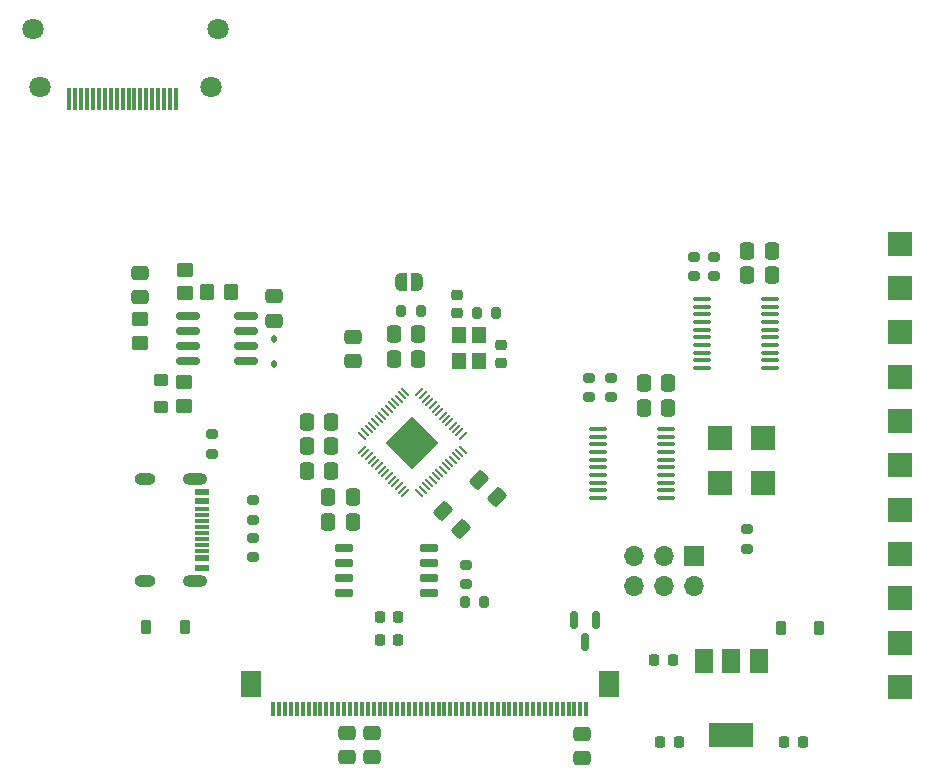
<source format=gbr>
%TF.GenerationSoftware,KiCad,Pcbnew,7.0.11-7.0.11~ubuntu22.04.1*%
%TF.CreationDate,2024-06-30T10:09:10-03:00*%
%TF.ProjectId,Pico_GG_LCD,5069636f-5f47-4475-9f4c-43442e6b6963,rev?*%
%TF.SameCoordinates,Original*%
%TF.FileFunction,Soldermask,Top*%
%TF.FilePolarity,Negative*%
%FSLAX46Y46*%
G04 Gerber Fmt 4.6, Leading zero omitted, Abs format (unit mm)*
G04 Created by KiCad (PCBNEW 7.0.11-7.0.11~ubuntu22.04.1) date 2024-06-30 10:09:10*
%MOMM*%
%LPD*%
G01*
G04 APERTURE LIST*
G04 Aperture macros list*
%AMRoundRect*
0 Rectangle with rounded corners*
0 $1 Rounding radius*
0 $2 $3 $4 $5 $6 $7 $8 $9 X,Y pos of 4 corners*
0 Add a 4 corners polygon primitive as box body*
4,1,4,$2,$3,$4,$5,$6,$7,$8,$9,$2,$3,0*
0 Add four circle primitives for the rounded corners*
1,1,$1+$1,$2,$3*
1,1,$1+$1,$4,$5*
1,1,$1+$1,$6,$7*
1,1,$1+$1,$8,$9*
0 Add four rect primitives between the rounded corners*
20,1,$1+$1,$2,$3,$4,$5,0*
20,1,$1+$1,$4,$5,$6,$7,0*
20,1,$1+$1,$6,$7,$8,$9,0*
20,1,$1+$1,$8,$9,$2,$3,0*%
%AMFreePoly0*
4,1,19,0.500000,-0.750000,0.000000,-0.750000,0.000000,-0.744911,-0.071157,-0.744911,-0.207708,-0.704816,-0.327430,-0.627875,-0.420627,-0.520320,-0.479746,-0.390866,-0.500000,-0.250000,-0.500000,0.250000,-0.479746,0.390866,-0.420627,0.520320,-0.327430,0.627875,-0.207708,0.704816,-0.071157,0.744911,0.000000,0.744911,0.000000,0.750000,0.500000,0.750000,0.500000,-0.750000,0.500000,-0.750000,
$1*%
%AMFreePoly1*
4,1,19,0.000000,0.744911,0.071157,0.744911,0.207708,0.704816,0.327430,0.627875,0.420627,0.520320,0.479746,0.390866,0.500000,0.250000,0.500000,-0.250000,0.479746,-0.390866,0.420627,-0.520320,0.327430,-0.627875,0.207708,-0.704816,0.071157,-0.744911,0.000000,-0.744911,0.000000,-0.750000,-0.500000,-0.750000,-0.500000,0.750000,0.000000,0.750000,0.000000,0.744911,0.000000,0.744911,
$1*%
G04 Aperture macros list end*
%ADD10RoundRect,0.250000X-0.475000X0.337500X-0.475000X-0.337500X0.475000X-0.337500X0.475000X0.337500X0*%
%ADD11RoundRect,0.200000X0.275000X-0.200000X0.275000X0.200000X-0.275000X0.200000X-0.275000X-0.200000X0*%
%ADD12RoundRect,0.225000X-0.250000X0.225000X-0.250000X-0.225000X0.250000X-0.225000X0.250000X0.225000X0*%
%ADD13FreePoly0,180.000000*%
%ADD14FreePoly1,180.000000*%
%ADD15RoundRect,0.250000X-0.350000X-0.450000X0.350000X-0.450000X0.350000X0.450000X-0.350000X0.450000X0*%
%ADD16RoundRect,0.200000X-0.200000X-0.275000X0.200000X-0.275000X0.200000X0.275000X-0.200000X0.275000X0*%
%ADD17R,1.500000X2.000000*%
%ADD18R,3.800000X2.000000*%
%ADD19RoundRect,0.250000X0.475000X-0.337500X0.475000X0.337500X-0.475000X0.337500X-0.475000X-0.337500X0*%
%ADD20RoundRect,0.100000X0.637500X0.100000X-0.637500X0.100000X-0.637500X-0.100000X0.637500X-0.100000X0*%
%ADD21R,2.000000X2.000000*%
%ADD22RoundRect,0.200000X-0.275000X0.200000X-0.275000X-0.200000X0.275000X-0.200000X0.275000X0.200000X0*%
%ADD23RoundRect,0.250000X-0.337500X-0.475000X0.337500X-0.475000X0.337500X0.475000X-0.337500X0.475000X0*%
%ADD24RoundRect,0.250000X-0.350000X0.275000X-0.350000X-0.275000X0.350000X-0.275000X0.350000X0.275000X0*%
%ADD25R,0.300000X1.900000*%
%ADD26C,1.800000*%
%ADD27RoundRect,0.200000X0.200000X0.275000X-0.200000X0.275000X-0.200000X-0.275000X0.200000X-0.275000X0*%
%ADD28RoundRect,0.250000X-0.574524X-0.097227X-0.097227X-0.574524X0.574524X0.097227X0.097227X0.574524X0*%
%ADD29RoundRect,0.050000X0.309359X-0.238649X-0.238649X0.309359X-0.309359X0.238649X0.238649X-0.309359X0*%
%ADD30RoundRect,0.050000X0.309359X0.238649X0.238649X0.309359X-0.309359X-0.238649X-0.238649X-0.309359X0*%
%ADD31RoundRect,0.144000X2.059095X0.000000X0.000000X2.059095X-2.059095X0.000000X0.000000X-2.059095X0*%
%ADD32RoundRect,0.225000X-0.225000X-0.375000X0.225000X-0.375000X0.225000X0.375000X-0.225000X0.375000X0*%
%ADD33RoundRect,0.150000X-0.150000X0.587500X-0.150000X-0.587500X0.150000X-0.587500X0.150000X0.587500X0*%
%ADD34R,1.240000X0.600000*%
%ADD35R,1.240000X0.300000*%
%ADD36O,2.100000X1.000000*%
%ADD37O,1.800000X1.000000*%
%ADD38RoundRect,0.225000X0.225000X0.250000X-0.225000X0.250000X-0.225000X-0.250000X0.225000X-0.250000X0*%
%ADD39RoundRect,0.150000X0.650000X0.150000X-0.650000X0.150000X-0.650000X-0.150000X0.650000X-0.150000X0*%
%ADD40RoundRect,0.250000X0.337500X0.475000X-0.337500X0.475000X-0.337500X-0.475000X0.337500X-0.475000X0*%
%ADD41RoundRect,0.250000X0.450000X-0.350000X0.450000X0.350000X-0.450000X0.350000X-0.450000X-0.350000X0*%
%ADD42RoundRect,0.112500X0.112500X-0.187500X0.112500X0.187500X-0.112500X0.187500X-0.112500X-0.187500X0*%
%ADD43RoundRect,0.150000X0.825000X0.150000X-0.825000X0.150000X-0.825000X-0.150000X0.825000X-0.150000X0*%
%ADD44RoundRect,0.225000X-0.225000X-0.250000X0.225000X-0.250000X0.225000X0.250000X-0.225000X0.250000X0*%
%ADD45R,1.200000X1.400000*%
%ADD46R,1.700000X1.700000*%
%ADD47O,1.700000X1.700000*%
%ADD48R,1.800000X2.200000*%
%ADD49R,0.300000X1.250000*%
%ADD50RoundRect,0.250000X-0.450000X0.350000X-0.450000X-0.350000X0.450000X-0.350000X0.450000X0.350000X0*%
G04 APERTURE END LIST*
D10*
%TO.C,C11*%
X140050000Y-112525000D03*
X140050000Y-114600000D03*
%TD*%
D11*
%TO.C,R1*%
X162400000Y-84125000D03*
X162400000Y-82475000D03*
%TD*%
D12*
%TO.C,C19*%
X153107008Y-79688363D03*
X153107008Y-81238363D03*
%TD*%
D13*
%TO.C,JP2*%
X145950000Y-74400000D03*
D14*
X144650000Y-74400000D03*
%TD*%
D15*
%TO.C,R6*%
X128200000Y-75240000D03*
X130200000Y-75240000D03*
%TD*%
D16*
%TO.C,R10*%
X150025000Y-101450000D03*
X151675000Y-101450000D03*
%TD*%
D11*
%TO.C,R11*%
X150100000Y-99950000D03*
X150100000Y-98300000D03*
%TD*%
D17*
%TO.C,U3*%
X174900000Y-106450000D03*
X172600000Y-106450000D03*
D18*
X172600000Y-112750000D03*
D17*
X170300000Y-106450000D03*
%TD*%
D19*
%TO.C,C12*%
X159950000Y-114700000D03*
X159950000Y-112625000D03*
%TD*%
D20*
%TO.C,U1*%
X167050000Y-92650000D03*
X167050000Y-92000000D03*
X167050000Y-91350000D03*
X167050000Y-90700000D03*
X167050000Y-90050000D03*
X167050000Y-89400000D03*
X167050000Y-88750000D03*
X167050000Y-88100000D03*
X167050000Y-87450000D03*
X167050000Y-86800000D03*
X161325000Y-86800000D03*
X161325000Y-87450000D03*
X161325000Y-88100000D03*
X161325000Y-88750000D03*
X161325000Y-89400000D03*
X161325000Y-90050000D03*
X161325000Y-90700000D03*
X161325000Y-91350000D03*
X161325000Y-92000000D03*
X161325000Y-92650000D03*
%TD*%
D21*
%TO.C,J14*%
X171650000Y-91350000D03*
%TD*%
%TO.C,J13*%
X171650000Y-87600000D03*
%TD*%
D11*
%TO.C,R3*%
X169450000Y-73900000D03*
X169450000Y-72250000D03*
%TD*%
D22*
%TO.C,R7*%
X173950000Y-95300000D03*
X173950000Y-96950000D03*
%TD*%
D23*
%TO.C,C4*%
X165150000Y-82900000D03*
X167225000Y-82900000D03*
%TD*%
D24*
%TO.C,L1*%
X124300000Y-82640000D03*
X124300000Y-84940000D03*
%TD*%
D23*
%TO.C,C31*%
X144007008Y-80888363D03*
X146082008Y-80888363D03*
%TD*%
D20*
%TO.C,U4*%
X175850000Y-81650000D03*
X175850000Y-81000000D03*
X175850000Y-80350000D03*
X175850000Y-79700000D03*
X175850000Y-79050000D03*
X175850000Y-78400000D03*
X175850000Y-77750000D03*
X175850000Y-77100000D03*
X175850000Y-76450000D03*
X175850000Y-75800000D03*
X170125000Y-75800000D03*
X170125000Y-76450000D03*
X170125000Y-77100000D03*
X170125000Y-77750000D03*
X170125000Y-78400000D03*
X170125000Y-79050000D03*
X170125000Y-79700000D03*
X170125000Y-80350000D03*
X170125000Y-81000000D03*
X170125000Y-81650000D03*
%TD*%
D21*
%TO.C,J17*%
X186850000Y-104890000D03*
%TD*%
D25*
%TO.C,J9*%
X116550000Y-58850000D03*
X117050000Y-58850000D03*
X117550000Y-58850000D03*
X118050000Y-58850000D03*
X118550000Y-58850000D03*
X119050000Y-58850000D03*
X119550000Y-58850000D03*
X120050000Y-58850000D03*
X120550000Y-58850000D03*
X121050000Y-58850000D03*
X121550000Y-58850000D03*
X122050000Y-58850000D03*
X122550000Y-58850000D03*
X123050000Y-58850000D03*
X123550000Y-58850000D03*
X124050000Y-58850000D03*
X124550000Y-58850000D03*
X125050000Y-58850000D03*
X125550000Y-58850000D03*
D26*
X129150000Y-52950000D03*
X128550000Y-57850000D03*
X114050000Y-57850000D03*
X113450000Y-52950000D03*
%TD*%
D12*
%TO.C,C5*%
X149357008Y-75438363D03*
X149357008Y-76988363D03*
%TD*%
D27*
%TO.C,R14*%
X146300000Y-76850000D03*
X144650000Y-76850000D03*
%TD*%
D28*
%TO.C,C22*%
X151250000Y-91100000D03*
X152717246Y-92567246D03*
%TD*%
D11*
%TO.C,R4*%
X160500000Y-84125000D03*
X160500000Y-82475000D03*
%TD*%
D29*
%TO.C,U7*%
X146168016Y-92228876D03*
X146450859Y-91946033D03*
X146733701Y-91663191D03*
X147016544Y-91380348D03*
X147299387Y-91097505D03*
X147582229Y-90814663D03*
X147865072Y-90531820D03*
X148147915Y-90248977D03*
X148430758Y-89966134D03*
X148713600Y-89683292D03*
X148996443Y-89400449D03*
X149279286Y-89117606D03*
X149562128Y-88834764D03*
X149844971Y-88551921D03*
D30*
X149844971Y-87367517D03*
X149562128Y-87084674D03*
X149279286Y-86801832D03*
X148996443Y-86518989D03*
X148713600Y-86236146D03*
X148430758Y-85953304D03*
X148147915Y-85670461D03*
X147865072Y-85387618D03*
X147582229Y-85104775D03*
X147299387Y-84821933D03*
X147016544Y-84539090D03*
X146733701Y-84256247D03*
X146450859Y-83973405D03*
X146168016Y-83690562D03*
D29*
X144983612Y-83690562D03*
X144700769Y-83973405D03*
X144417927Y-84256247D03*
X144135084Y-84539090D03*
X143852241Y-84821933D03*
X143569399Y-85104775D03*
X143286556Y-85387618D03*
X143003713Y-85670461D03*
X142720870Y-85953304D03*
X142438028Y-86236146D03*
X142155185Y-86518989D03*
X141872342Y-86801832D03*
X141589500Y-87084674D03*
X141306657Y-87367517D03*
D30*
X141306657Y-88551921D03*
X141589500Y-88834764D03*
X141872342Y-89117606D03*
X142155185Y-89400449D03*
X142438028Y-89683292D03*
X142720870Y-89966134D03*
X143003713Y-90248977D03*
X143286556Y-90531820D03*
X143569399Y-90814663D03*
X143852241Y-91097505D03*
X144135084Y-91380348D03*
X144417927Y-91663191D03*
X144700769Y-91946033D03*
X144983612Y-92228876D03*
D31*
X145575814Y-87959719D03*
%TD*%
D21*
%TO.C,J3*%
X186850000Y-93640000D03*
%TD*%
D32*
%TO.C,D2*%
X123050000Y-103550000D03*
X126350000Y-103550000D03*
%TD*%
D10*
%TO.C,C10*%
X142150000Y-112525000D03*
X142150000Y-114600000D03*
%TD*%
%TO.C,C6*%
X133900000Y-75575000D03*
X133900000Y-77650000D03*
%TD*%
D21*
%TO.C,J19*%
X175250000Y-91350000D03*
%TD*%
D23*
%TO.C,C32*%
X138469508Y-94688363D03*
X140544508Y-94688363D03*
%TD*%
D33*
%TO.C,Q3*%
X161150000Y-103000000D03*
X159250000Y-103000000D03*
X160200000Y-104875000D03*
%TD*%
D34*
%TO.C,P1*%
X127750000Y-92150000D03*
X127750000Y-92950000D03*
D35*
X127750000Y-94100000D03*
X127750000Y-95100000D03*
X127750000Y-95600000D03*
X127750000Y-96600000D03*
D34*
X127750000Y-97750000D03*
X127750000Y-98550000D03*
X127750000Y-98550000D03*
X127750000Y-97750000D03*
D35*
X127750000Y-97100000D03*
X127750000Y-96100000D03*
X127750000Y-94600000D03*
X127750000Y-93600000D03*
D34*
X127750000Y-92950000D03*
X127750000Y-92150000D03*
D36*
X127150000Y-91030000D03*
D37*
X122950000Y-91030000D03*
D36*
X127150000Y-99680000D03*
D37*
X122950000Y-99680000D03*
%TD*%
D38*
%TO.C,C8*%
X167625000Y-106350000D03*
X166075000Y-106350000D03*
%TD*%
D39*
%TO.C,U5*%
X147007008Y-100695120D03*
X147007008Y-99425120D03*
X147007008Y-98155120D03*
X147007008Y-96885120D03*
X139807008Y-96885120D03*
X139807008Y-98155120D03*
X139807008Y-99425120D03*
X139807008Y-100695120D03*
%TD*%
D32*
%TO.C,D1*%
X176750000Y-103650000D03*
X180050000Y-103650000D03*
%TD*%
D21*
%TO.C,J6*%
X186850000Y-108640000D03*
%TD*%
%TO.C,J18*%
X186850000Y-78640000D03*
%TD*%
D40*
%TO.C,C25*%
X138707008Y-86188363D03*
X136632008Y-86188363D03*
%TD*%
D41*
%TO.C,R9*%
X122500000Y-79540000D03*
X122500000Y-77540000D03*
%TD*%
D21*
%TO.C,J4*%
X186850000Y-89890000D03*
%TD*%
D19*
%TO.C,C24*%
X140550000Y-81087500D03*
X140550000Y-79012500D03*
%TD*%
D21*
%TO.C,J1*%
X186850000Y-86140000D03*
%TD*%
%TO.C,J5*%
X186850000Y-101140000D03*
%TD*%
D42*
%TO.C,D3*%
X133850000Y-81300000D03*
X133850000Y-79200000D03*
%TD*%
D41*
%TO.C,R8*%
X126250000Y-84840000D03*
X126250000Y-82840000D03*
%TD*%
D23*
%TO.C,C2*%
X173912500Y-73800000D03*
X175987500Y-73800000D03*
%TD*%
D11*
%TO.C,R17*%
X132090000Y-97675000D03*
X132090000Y-96025000D03*
%TD*%
D38*
%TO.C,C9*%
X168125000Y-113350000D03*
X166575000Y-113350000D03*
%TD*%
D43*
%TO.C,U2*%
X131500000Y-81040000D03*
X131500000Y-79770000D03*
X131500000Y-78500000D03*
X131500000Y-77230000D03*
X126550000Y-77230000D03*
X126550000Y-78500000D03*
X126550000Y-79770000D03*
X126550000Y-81040000D03*
%TD*%
D23*
%TO.C,C29*%
X138469508Y-92588363D03*
X140544508Y-92588363D03*
%TD*%
D22*
%TO.C,R16*%
X132090000Y-92825000D03*
X132090000Y-94475000D03*
%TD*%
D21*
%TO.C,J2*%
X186850000Y-97390000D03*
%TD*%
D40*
%TO.C,C28*%
X138707008Y-90388363D03*
X136632008Y-90388363D03*
%TD*%
%TO.C,C26*%
X138707008Y-88288363D03*
X136632008Y-88288363D03*
%TD*%
D44*
%TO.C,C14*%
X142850000Y-102750000D03*
X144400000Y-102750000D03*
%TD*%
%TO.C,C7*%
X177075000Y-113350000D03*
X178625000Y-113350000D03*
%TD*%
D45*
%TO.C,Y2*%
X149507008Y-78888363D03*
X149507008Y-81088363D03*
X151207008Y-81088363D03*
X151207008Y-78888363D03*
%TD*%
D28*
%TO.C,C21*%
X148207008Y-93788363D03*
X149674254Y-95255609D03*
%TD*%
D10*
%TO.C,C13*%
X122500000Y-73565000D03*
X122500000Y-75640000D03*
%TD*%
D46*
%TO.C,J11*%
X169450000Y-97560000D03*
D47*
X169450000Y-100100000D03*
X166910000Y-97560000D03*
X166910000Y-100100000D03*
X164370000Y-97560000D03*
X164370000Y-100100000D03*
%TD*%
D48*
%TO.C,J16*%
X162200000Y-108442858D03*
X131900000Y-108442858D03*
D49*
X160300000Y-110492857D03*
X159800000Y-110492857D03*
X159300000Y-110492857D03*
X158800000Y-110492857D03*
X158300000Y-110492857D03*
X157800000Y-110492857D03*
X157300000Y-110492857D03*
X156800000Y-110492857D03*
X156300000Y-110492857D03*
X155800000Y-110492857D03*
X155300000Y-110492857D03*
X154800000Y-110492857D03*
X154300000Y-110492857D03*
X153800000Y-110492857D03*
X153300000Y-110492857D03*
X152800000Y-110492857D03*
X152300000Y-110492857D03*
X151800000Y-110492857D03*
X151300000Y-110492857D03*
X150800000Y-110492857D03*
X150300000Y-110492857D03*
X149800000Y-110492857D03*
X149300000Y-110492857D03*
X148800000Y-110492857D03*
X148300000Y-110492857D03*
X147800000Y-110492857D03*
X147300000Y-110492857D03*
X146800000Y-110492857D03*
X146300000Y-110492857D03*
X145800000Y-110492857D03*
X145300000Y-110492857D03*
X144800000Y-110492857D03*
X144300000Y-110492857D03*
X143800000Y-110492857D03*
X143300000Y-110492857D03*
X142800000Y-110492857D03*
X142300000Y-110492857D03*
X141800000Y-110492857D03*
X141300000Y-110492857D03*
X140800000Y-110492857D03*
X140300000Y-110492857D03*
X139800000Y-110492857D03*
X139300000Y-110492857D03*
X138800000Y-110492857D03*
X138300000Y-110492857D03*
X137800000Y-110492857D03*
X137300000Y-110492857D03*
X136800000Y-110492857D03*
X136300000Y-110492857D03*
X135800000Y-110492857D03*
X135300000Y-110492857D03*
X134800000Y-110492857D03*
X134300000Y-110492857D03*
X133800000Y-110492857D03*
%TD*%
D22*
%TO.C,R18*%
X128590000Y-87275000D03*
X128590000Y-88925000D03*
%TD*%
D21*
%TO.C,J8*%
X186850000Y-71140000D03*
%TD*%
%TO.C,J7*%
X186850000Y-74890000D03*
%TD*%
D11*
%TO.C,R2*%
X171150000Y-73900000D03*
X171150000Y-72250000D03*
%TD*%
D23*
%TO.C,C1*%
X173912500Y-71700000D03*
X175987500Y-71700000D03*
%TD*%
D40*
%TO.C,C23*%
X146082008Y-78788363D03*
X144007008Y-78788363D03*
%TD*%
D50*
%TO.C,R5*%
X126300000Y-73340000D03*
X126300000Y-75340000D03*
%TD*%
D23*
%TO.C,C3*%
X165150000Y-85050000D03*
X167225000Y-85050000D03*
%TD*%
D16*
%TO.C,R13*%
X151032008Y-76988363D03*
X152682008Y-76988363D03*
%TD*%
D21*
%TO.C,J12*%
X175250000Y-87600000D03*
%TD*%
D44*
%TO.C,C15*%
X142850000Y-104700000D03*
X144400000Y-104700000D03*
%TD*%
D21*
%TO.C,J15*%
X186850000Y-82390000D03*
%TD*%
M02*

</source>
